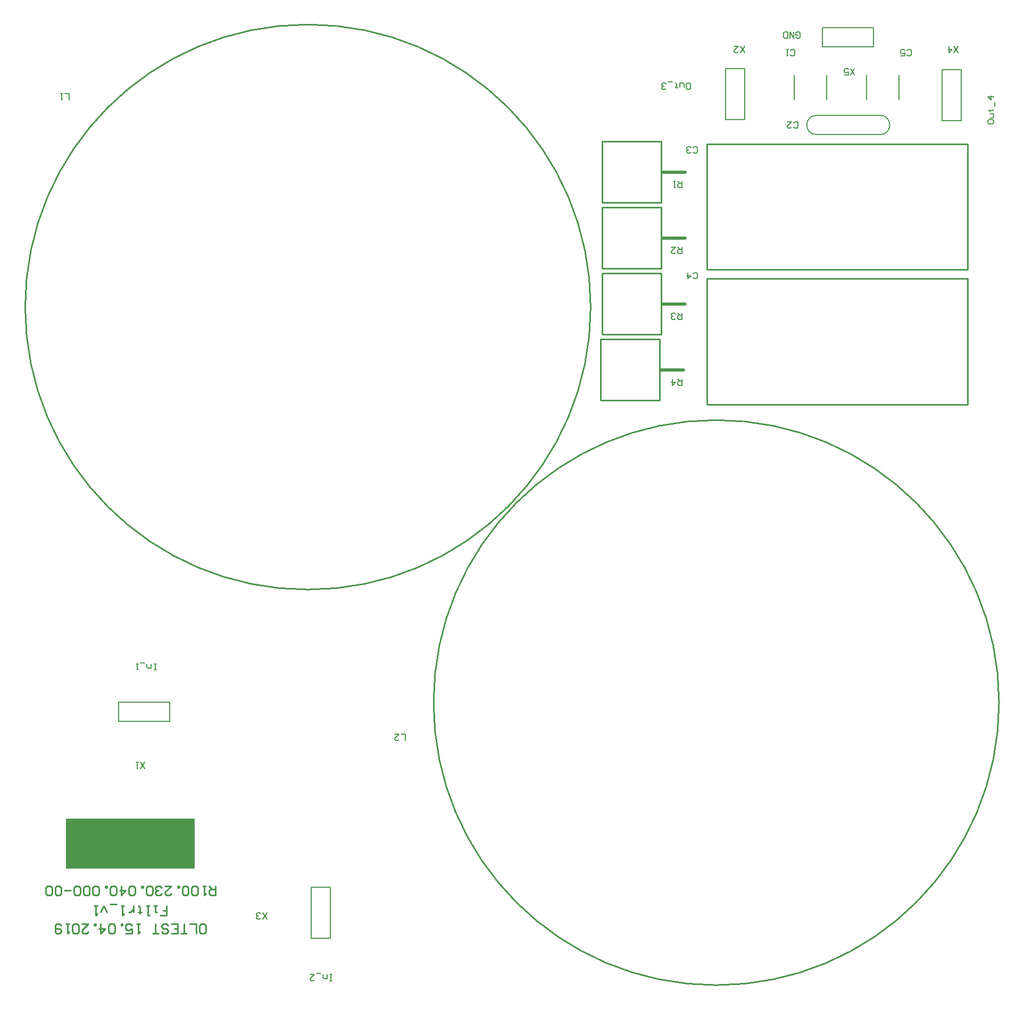
<source format=gto>
G04 Layer_Color=65535*
%FSLAX24Y24*%
%MOIN*%
G70*
G01*
G75*
%ADD19C,0.0050*%
%ADD20C,0.0100*%
%ADD21C,0.0079*%
%ADD22C,0.0197*%
%ADD23C,0.0080*%
%ADD24C,0.0098*%
%ADD25C,0.0059*%
%ADD26R,0.8071X0.3150*%
D19*
X53969Y53928D02*
G03*
X53969Y55128I0J600D01*
G01*
X49969D02*
G03*
X49969Y53928I0J-600D01*
G01*
X53969D01*
X49969Y55128D02*
X53969D01*
D20*
X61417Y18307D02*
G03*
X61417Y18307I-17717J0D01*
G01*
X35827Y43110D02*
G03*
X35827Y43110I-17717J0D01*
G01*
X36457Y37264D02*
X40157D01*
Y41083D01*
X36457D02*
X40157D01*
X36457Y37264D02*
Y41083D01*
X36535Y41398D02*
X40236D01*
Y45217D01*
X36535D02*
X40236D01*
X36535Y41398D02*
Y45217D01*
Y45532D02*
X40236D01*
Y49350D01*
X36535D02*
X40236D01*
X36535Y45532D02*
Y49350D01*
Y49665D02*
X40236D01*
Y53484D01*
X36535D02*
X40236D01*
X36535Y49665D02*
Y53484D01*
X59449Y45472D02*
Y53346D01*
X43110Y45472D02*
X59449D01*
X43110D02*
Y49212D01*
Y53346D01*
X59449D01*
X43110Y37008D02*
Y44882D01*
X59449D01*
Y41142D02*
Y44882D01*
Y37008D02*
Y41142D01*
X43110Y37008D02*
X59449D01*
D21*
X48583Y56122D02*
Y57657D01*
X50630Y56122D02*
Y57657D01*
X55157Y56122D02*
Y57657D01*
X53110Y56122D02*
Y57657D01*
D22*
X40226Y39173D02*
X41654D01*
X40305Y43307D02*
X41732D01*
X40305Y47441D02*
X41732D01*
X40305Y51575D02*
X41732D01*
D23*
X6258Y17117D02*
X9458D01*
Y18317D01*
X6258D02*
X9458D01*
X6258Y17117D02*
Y18317D01*
X45482Y54880D02*
Y58080D01*
X44282D02*
X45482D01*
X44282Y54880D02*
Y58080D01*
Y54880D02*
X45482D01*
X18298Y3534D02*
Y6734D01*
Y3534D02*
X19498D01*
Y6734D01*
X18298D02*
X19498D01*
X57834Y54802D02*
Y58002D01*
Y54802D02*
X59034D01*
Y58002D01*
X57834D02*
X59034D01*
X50353Y59439D02*
X53553D01*
Y60639D01*
X50353D02*
X53553D01*
X50353Y59439D02*
Y60639D01*
D24*
X8858Y4975D02*
X9251D01*
Y5270D01*
X9054D01*
X9251D01*
Y5565D01*
X8661D02*
X8464D01*
X8562D01*
Y5172D01*
X8661D01*
X8169Y5565D02*
X7972D01*
X8071D01*
Y4975D01*
X8169D01*
X7579Y5073D02*
Y5172D01*
X7677D01*
X7480D01*
X7579D01*
Y5467D01*
X7480Y5565D01*
X7185Y5172D02*
Y5565D01*
Y5368D01*
X7087Y5270D01*
X6988Y5172D01*
X6890D01*
X6595Y5565D02*
X6398D01*
X6496D01*
Y4975D01*
X6595Y5073D01*
X6103Y5664D02*
X5709D01*
X5512Y5172D02*
X5315Y5565D01*
X5119Y5172D01*
X4922Y5565D02*
X4725D01*
X4824D01*
Y4975D01*
X4922Y5073D01*
X12301Y6811D02*
Y6221D01*
X12006D01*
X11908Y6319D01*
Y6516D01*
X12006Y6614D01*
X12301D01*
X12105D02*
X11908Y6811D01*
X11711D02*
X11514D01*
X11613D01*
Y6221D01*
X11711Y6319D01*
X11219D02*
X11121Y6221D01*
X10924D01*
X10826Y6319D01*
Y6713D01*
X10924Y6811D01*
X11121D01*
X11219Y6713D01*
Y6319D01*
X10629D02*
X10530Y6221D01*
X10334D01*
X10235Y6319D01*
Y6713D01*
X10334Y6811D01*
X10530D01*
X10629Y6713D01*
Y6319D01*
X10038Y6811D02*
Y6713D01*
X9940D01*
Y6811D01*
X10038D01*
X9153D02*
X9546D01*
X9153Y6417D01*
Y6319D01*
X9251Y6221D01*
X9448D01*
X9546Y6319D01*
X8956D02*
X8858Y6221D01*
X8661D01*
X8562Y6319D01*
Y6417D01*
X8661Y6516D01*
X8759D01*
X8661D01*
X8562Y6614D01*
Y6713D01*
X8661Y6811D01*
X8858D01*
X8956Y6713D01*
X8366Y6319D02*
X8267Y6221D01*
X8071D01*
X7972Y6319D01*
Y6713D01*
X8071Y6811D01*
X8267D01*
X8366Y6713D01*
Y6319D01*
X7775Y6811D02*
Y6713D01*
X7677D01*
Y6811D01*
X7775D01*
X7283Y6319D02*
X7185Y6221D01*
X6988D01*
X6890Y6319D01*
Y6713D01*
X6988Y6811D01*
X7185D01*
X7283Y6713D01*
Y6319D01*
X6398Y6811D02*
Y6221D01*
X6693Y6516D01*
X6299D01*
X6103Y6319D02*
X6004Y6221D01*
X5807D01*
X5709Y6319D01*
Y6713D01*
X5807Y6811D01*
X6004D01*
X6103Y6713D01*
Y6319D01*
X5512Y6811D02*
Y6713D01*
X5414D01*
Y6811D01*
X5512D01*
X5020Y6319D02*
X4922Y6221D01*
X4725D01*
X4627Y6319D01*
Y6713D01*
X4725Y6811D01*
X4922D01*
X5020Y6713D01*
Y6319D01*
X4430D02*
X4332Y6221D01*
X4135D01*
X4036Y6319D01*
Y6713D01*
X4135Y6811D01*
X4332D01*
X4430Y6713D01*
Y6319D01*
X3840D02*
X3741Y6221D01*
X3544D01*
X3446Y6319D01*
Y6713D01*
X3544Y6811D01*
X3741D01*
X3840Y6713D01*
Y6319D01*
X3249Y6516D02*
X2856D01*
X2659Y6319D02*
X2560Y6221D01*
X2364D01*
X2265Y6319D01*
Y6713D01*
X2364Y6811D01*
X2560D01*
X2659Y6713D01*
Y6319D01*
X2069D02*
X1970Y6221D01*
X1773D01*
X1675Y6319D01*
Y6713D01*
X1773Y6811D01*
X1970D01*
X2069Y6713D01*
Y6319D01*
X11416Y3839D02*
X11613D01*
X11711Y3937D01*
Y4331D01*
X11613Y4429D01*
X11416D01*
X11317Y4331D01*
Y3937D01*
X11416Y3839D01*
X11121D02*
Y4429D01*
X10727D01*
X10530Y3839D02*
X10137D01*
X10334D01*
Y4429D01*
X9546Y3839D02*
X9940D01*
Y4429D01*
X9546D01*
X9940Y4134D02*
X9743D01*
X8956Y3937D02*
X9054Y3839D01*
X9251D01*
X9350Y3937D01*
Y4035D01*
X9251Y4134D01*
X9054D01*
X8956Y4232D01*
Y4331D01*
X9054Y4429D01*
X9251D01*
X9350Y4331D01*
X8759Y3839D02*
X8366D01*
X8562D01*
Y4429D01*
X7579D02*
X7382D01*
X7480D01*
Y3839D01*
X7579Y3937D01*
X6693Y3839D02*
X7087D01*
Y4134D01*
X6890Y4035D01*
X6791D01*
X6693Y4134D01*
Y4331D01*
X6791Y4429D01*
X6988D01*
X7087Y4331D01*
X6496Y4429D02*
Y4331D01*
X6398D01*
Y4429D01*
X6496D01*
X6004Y3937D02*
X5906Y3839D01*
X5709D01*
X5611Y3937D01*
Y4331D01*
X5709Y4429D01*
X5906D01*
X6004Y4331D01*
Y3937D01*
X5119Y4429D02*
Y3839D01*
X5414Y4134D01*
X5020D01*
X4824Y4429D02*
Y4331D01*
X4725D01*
Y4429D01*
X4824D01*
X3938D02*
X4332D01*
X3938Y4035D01*
Y3937D01*
X4036Y3839D01*
X4233D01*
X4332Y3937D01*
X3741D02*
X3643Y3839D01*
X3446D01*
X3348Y3937D01*
Y4331D01*
X3446Y4429D01*
X3643D01*
X3741Y4331D01*
Y3937D01*
X3151Y4429D02*
X2954D01*
X3052D01*
Y3839D01*
X3151Y3937D01*
X2659Y4331D02*
X2560Y4429D01*
X2364D01*
X2265Y4331D01*
Y3937D01*
X2364Y3839D01*
X2560D01*
X2659Y3937D01*
Y4035D01*
X2560Y4134D01*
X2265D01*
D25*
X19626Y860D02*
X19495D01*
X19560D01*
Y1253D01*
X19626D01*
X19495D01*
X19298D02*
Y991D01*
X19101D01*
X19036Y1057D01*
Y1253D01*
X18904Y1319D02*
X18642D01*
X18248Y1253D02*
X18511D01*
X18248Y991D01*
Y925D01*
X18314Y860D01*
X18445D01*
X18511Y925D01*
X8602Y20348D02*
X8471D01*
X8537D01*
Y20741D01*
X8602D01*
X8471D01*
X8274D02*
Y20479D01*
X8078D01*
X8012Y20545D01*
Y20741D01*
X7881Y20807D02*
X7618D01*
X7487Y20741D02*
X7356D01*
X7422D01*
Y20348D01*
X7487Y20414D01*
X41870Y56765D02*
X42001D01*
X42067Y56831D01*
Y57093D01*
X42001Y57159D01*
X41870D01*
X41805Y57093D01*
Y56831D01*
X41870Y56765D01*
X41673Y56896D02*
Y57093D01*
X41608Y57159D01*
X41411D01*
Y56896D01*
X41214Y56831D02*
Y56896D01*
X41280D01*
X41149D01*
X41214D01*
Y57093D01*
X41149Y57159D01*
X40952Y57224D02*
X40689D01*
X40558Y56831D02*
X40493Y56765D01*
X40361D01*
X40296Y56831D01*
Y56896D01*
X40361Y56962D01*
X40427D01*
X40361D01*
X40296Y57028D01*
Y57093D01*
X40361Y57159D01*
X40493D01*
X40558Y57093D01*
X60702Y54783D02*
Y54652D01*
X60768Y54587D01*
X61030D01*
X61096Y54652D01*
Y54783D01*
X61030Y54849D01*
X60768D01*
X60702Y54783D01*
X60833Y54980D02*
X61030D01*
X61096Y55046D01*
Y55243D01*
X60833D01*
X60768Y55439D02*
X60833D01*
Y55374D01*
Y55505D01*
Y55439D01*
X61030D01*
X61096Y55505D01*
X61161Y55702D02*
Y55964D01*
X61096Y56292D02*
X60702D01*
X60899Y56095D01*
Y56358D01*
X48694Y60046D02*
X48760Y59980D01*
X48891D01*
X48957Y60046D01*
Y60308D01*
X48891Y60374D01*
X48760D01*
X48694Y60308D01*
Y60177D01*
X48825D01*
X48563Y60374D02*
Y59980D01*
X48301Y60374D01*
Y59980D01*
X48170D02*
Y60374D01*
X47973D01*
X47907Y60308D01*
Y60046D01*
X47973Y59980D01*
X48170D01*
X3150Y56102D02*
Y56496D01*
X2887D01*
X2756D02*
X2625D01*
X2690D01*
Y56102D01*
X2756Y56168D01*
X52362Y57677D02*
X52100Y58071D01*
Y57677D02*
X52362Y58071D01*
X51706Y57677D02*
X51969D01*
Y57874D01*
X51837Y57808D01*
X51772D01*
X51706Y57874D01*
Y58005D01*
X51772Y58071D01*
X51903D01*
X51969Y58005D01*
X58858Y59055D02*
X58596Y59449D01*
Y59055D02*
X58858Y59449D01*
X58268D02*
Y59055D01*
X58465Y59252D01*
X58202D01*
X15551Y4725D02*
X15289Y5118D01*
Y4725D02*
X15551Y5118D01*
X15158Y4790D02*
X15092Y4725D01*
X14961D01*
X14895Y4790D01*
Y4856D01*
X14961Y4921D01*
X15026D01*
X14961D01*
X14895Y4987D01*
Y5053D01*
X14961Y5118D01*
X15092D01*
X15158Y5053D01*
X45472Y59055D02*
X45210Y59449D01*
Y59055D02*
X45472Y59449D01*
X44816D02*
X45079D01*
X44816Y59186D01*
Y59121D01*
X44882Y59055D01*
X45013D01*
X45079Y59121D01*
X41535Y50984D02*
Y50591D01*
X41339D01*
X41273Y50656D01*
Y50787D01*
X41339Y50853D01*
X41535D01*
X41404D02*
X41273Y50984D01*
X41142D02*
X41011D01*
X41076D01*
Y50591D01*
X41142Y50656D01*
X41535Y46850D02*
Y46457D01*
X41339D01*
X41273Y46522D01*
Y46654D01*
X41339Y46719D01*
X41535D01*
X41404D02*
X41273Y46850D01*
X40879D02*
X41142D01*
X40879Y46588D01*
Y46522D01*
X40945Y46457D01*
X41076D01*
X41142Y46522D01*
X55643Y58924D02*
X55709Y58858D01*
X55840D01*
X55906Y58924D01*
Y59186D01*
X55840Y59252D01*
X55709D01*
X55643Y59186D01*
X55250Y58858D02*
X55512D01*
Y59055D01*
X55381Y58990D01*
X55315D01*
X55250Y59055D01*
Y59186D01*
X55315Y59252D01*
X55446D01*
X55512Y59186D01*
X42257Y44948D02*
X42323Y44882D01*
X42454D01*
X42520Y44948D01*
Y45210D01*
X42454Y45276D01*
X42323D01*
X42257Y45210D01*
X41929Y45276D02*
Y44882D01*
X42126Y45079D01*
X41864D01*
X42257Y52822D02*
X42323Y52756D01*
X42454D01*
X42520Y52822D01*
Y53084D01*
X42454Y53150D01*
X42323D01*
X42257Y53084D01*
X42126Y52822D02*
X42061Y52756D01*
X41929D01*
X41864Y52822D01*
Y52887D01*
X41929Y52953D01*
X41995D01*
X41929D01*
X41864Y53018D01*
Y53084D01*
X41929Y53150D01*
X42061D01*
X42126Y53084D01*
X48557Y54396D02*
X48622Y54331D01*
X48753D01*
X48819Y54396D01*
Y54659D01*
X48753Y54724D01*
X48622D01*
X48557Y54659D01*
X48163Y54724D02*
X48425D01*
X48163Y54462D01*
Y54396D01*
X48229Y54331D01*
X48360D01*
X48425Y54396D01*
X48360Y58924D02*
X48425Y58858D01*
X48556D01*
X48622Y58924D01*
Y59186D01*
X48556Y59252D01*
X48425D01*
X48360Y59186D01*
X48228Y59252D02*
X48097D01*
X48163D01*
Y58858D01*
X48228Y58924D01*
X7874Y14173D02*
X7612Y14567D01*
Y14173D02*
X7874Y14567D01*
X7480D02*
X7349D01*
X7415D01*
Y14173D01*
X7480Y14239D01*
X41535Y42717D02*
Y42323D01*
X41339D01*
X41273Y42389D01*
Y42520D01*
X41339Y42585D01*
X41535D01*
X41404D02*
X41273Y42717D01*
X41142Y42389D02*
X41076Y42323D01*
X40945D01*
X40879Y42389D01*
Y42454D01*
X40945Y42520D01*
X41011D01*
X40945D01*
X40879Y42585D01*
Y42651D01*
X40945Y42717D01*
X41076D01*
X41142Y42651D01*
X41535Y38583D02*
Y38189D01*
X41339D01*
X41273Y38255D01*
Y38386D01*
X41339Y38451D01*
X41535D01*
X41404D02*
X41273Y38583D01*
X40945D02*
Y38189D01*
X41142Y38386D01*
X40879D01*
X24213Y15945D02*
Y16339D01*
X23950D01*
X23557D02*
X23819D01*
X23557Y16076D01*
Y16011D01*
X23622Y15945D01*
X23753D01*
X23819Y16011D01*
D26*
X6988Y9449D02*
D03*
M02*

</source>
